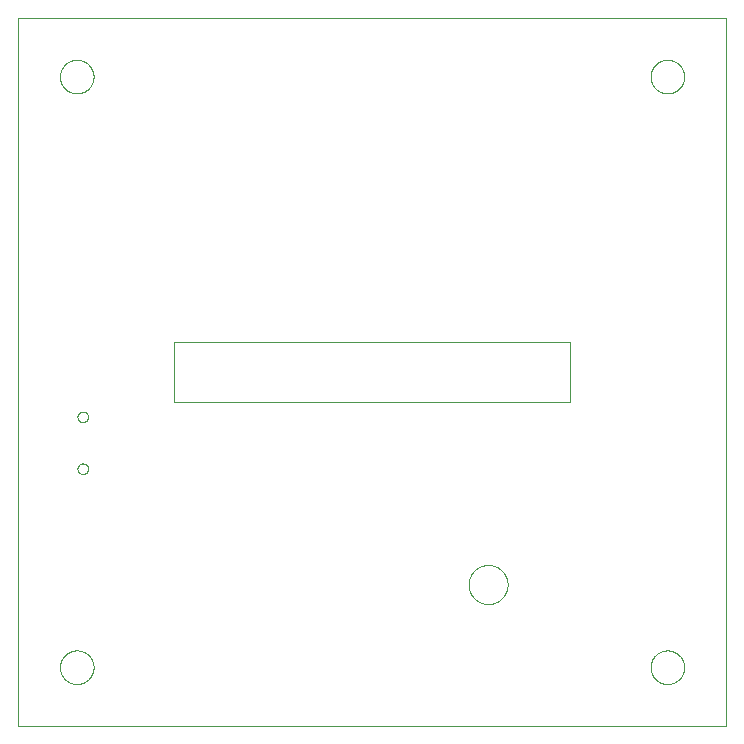
<source format=gko>
G75*
%MOIN*%
%OFA0B0*%
%FSLAX25Y25*%
%IPPOS*%
%LPD*%
%AMOC8*
5,1,8,0,0,1.08239X$1,22.5*
%
%ADD10C,0.00000*%
D10*
X0002943Y0001000D02*
X0002943Y0237220D01*
X0239164Y0237220D01*
X0239164Y0001000D01*
X0002943Y0001000D01*
X0017028Y0020685D02*
X0017030Y0020834D01*
X0017036Y0020983D01*
X0017046Y0021132D01*
X0017060Y0021280D01*
X0017078Y0021428D01*
X0017099Y0021576D01*
X0017125Y0021723D01*
X0017155Y0021869D01*
X0017188Y0022014D01*
X0017225Y0022158D01*
X0017266Y0022302D01*
X0017311Y0022444D01*
X0017360Y0022585D01*
X0017413Y0022724D01*
X0017469Y0022862D01*
X0017528Y0022999D01*
X0017592Y0023134D01*
X0017659Y0023267D01*
X0017729Y0023398D01*
X0017803Y0023528D01*
X0017881Y0023655D01*
X0017961Y0023781D01*
X0018046Y0023904D01*
X0018133Y0024025D01*
X0018223Y0024143D01*
X0018317Y0024259D01*
X0018414Y0024373D01*
X0018513Y0024484D01*
X0018616Y0024592D01*
X0018721Y0024697D01*
X0018829Y0024800D01*
X0018940Y0024899D01*
X0019054Y0024996D01*
X0019170Y0025090D01*
X0019288Y0025180D01*
X0019409Y0025267D01*
X0019532Y0025352D01*
X0019658Y0025432D01*
X0019785Y0025510D01*
X0019915Y0025584D01*
X0020046Y0025654D01*
X0020179Y0025721D01*
X0020314Y0025785D01*
X0020451Y0025844D01*
X0020589Y0025900D01*
X0020728Y0025953D01*
X0020869Y0026002D01*
X0021011Y0026047D01*
X0021155Y0026088D01*
X0021299Y0026125D01*
X0021444Y0026158D01*
X0021590Y0026188D01*
X0021737Y0026214D01*
X0021885Y0026235D01*
X0022033Y0026253D01*
X0022181Y0026267D01*
X0022330Y0026277D01*
X0022479Y0026283D01*
X0022628Y0026285D01*
X0022777Y0026283D01*
X0022926Y0026277D01*
X0023075Y0026267D01*
X0023223Y0026253D01*
X0023371Y0026235D01*
X0023519Y0026214D01*
X0023666Y0026188D01*
X0023812Y0026158D01*
X0023957Y0026125D01*
X0024101Y0026088D01*
X0024245Y0026047D01*
X0024387Y0026002D01*
X0024528Y0025953D01*
X0024667Y0025900D01*
X0024805Y0025844D01*
X0024942Y0025785D01*
X0025077Y0025721D01*
X0025210Y0025654D01*
X0025341Y0025584D01*
X0025471Y0025510D01*
X0025598Y0025432D01*
X0025724Y0025352D01*
X0025847Y0025267D01*
X0025968Y0025180D01*
X0026086Y0025090D01*
X0026202Y0024996D01*
X0026316Y0024899D01*
X0026427Y0024800D01*
X0026535Y0024697D01*
X0026640Y0024592D01*
X0026743Y0024484D01*
X0026842Y0024373D01*
X0026939Y0024259D01*
X0027033Y0024143D01*
X0027123Y0024025D01*
X0027210Y0023904D01*
X0027295Y0023781D01*
X0027375Y0023655D01*
X0027453Y0023528D01*
X0027527Y0023398D01*
X0027597Y0023267D01*
X0027664Y0023134D01*
X0027728Y0022999D01*
X0027787Y0022862D01*
X0027843Y0022724D01*
X0027896Y0022585D01*
X0027945Y0022444D01*
X0027990Y0022302D01*
X0028031Y0022158D01*
X0028068Y0022014D01*
X0028101Y0021869D01*
X0028131Y0021723D01*
X0028157Y0021576D01*
X0028178Y0021428D01*
X0028196Y0021280D01*
X0028210Y0021132D01*
X0028220Y0020983D01*
X0028226Y0020834D01*
X0028228Y0020685D01*
X0028226Y0020536D01*
X0028220Y0020387D01*
X0028210Y0020238D01*
X0028196Y0020090D01*
X0028178Y0019942D01*
X0028157Y0019794D01*
X0028131Y0019647D01*
X0028101Y0019501D01*
X0028068Y0019356D01*
X0028031Y0019212D01*
X0027990Y0019068D01*
X0027945Y0018926D01*
X0027896Y0018785D01*
X0027843Y0018646D01*
X0027787Y0018508D01*
X0027728Y0018371D01*
X0027664Y0018236D01*
X0027597Y0018103D01*
X0027527Y0017972D01*
X0027453Y0017842D01*
X0027375Y0017715D01*
X0027295Y0017589D01*
X0027210Y0017466D01*
X0027123Y0017345D01*
X0027033Y0017227D01*
X0026939Y0017111D01*
X0026842Y0016997D01*
X0026743Y0016886D01*
X0026640Y0016778D01*
X0026535Y0016673D01*
X0026427Y0016570D01*
X0026316Y0016471D01*
X0026202Y0016374D01*
X0026086Y0016280D01*
X0025968Y0016190D01*
X0025847Y0016103D01*
X0025724Y0016018D01*
X0025598Y0015938D01*
X0025471Y0015860D01*
X0025341Y0015786D01*
X0025210Y0015716D01*
X0025077Y0015649D01*
X0024942Y0015585D01*
X0024805Y0015526D01*
X0024667Y0015470D01*
X0024528Y0015417D01*
X0024387Y0015368D01*
X0024245Y0015323D01*
X0024101Y0015282D01*
X0023957Y0015245D01*
X0023812Y0015212D01*
X0023666Y0015182D01*
X0023519Y0015156D01*
X0023371Y0015135D01*
X0023223Y0015117D01*
X0023075Y0015103D01*
X0022926Y0015093D01*
X0022777Y0015087D01*
X0022628Y0015085D01*
X0022479Y0015087D01*
X0022330Y0015093D01*
X0022181Y0015103D01*
X0022033Y0015117D01*
X0021885Y0015135D01*
X0021737Y0015156D01*
X0021590Y0015182D01*
X0021444Y0015212D01*
X0021299Y0015245D01*
X0021155Y0015282D01*
X0021011Y0015323D01*
X0020869Y0015368D01*
X0020728Y0015417D01*
X0020589Y0015470D01*
X0020451Y0015526D01*
X0020314Y0015585D01*
X0020179Y0015649D01*
X0020046Y0015716D01*
X0019915Y0015786D01*
X0019785Y0015860D01*
X0019658Y0015938D01*
X0019532Y0016018D01*
X0019409Y0016103D01*
X0019288Y0016190D01*
X0019170Y0016280D01*
X0019054Y0016374D01*
X0018940Y0016471D01*
X0018829Y0016570D01*
X0018721Y0016673D01*
X0018616Y0016778D01*
X0018513Y0016886D01*
X0018414Y0016997D01*
X0018317Y0017111D01*
X0018223Y0017227D01*
X0018133Y0017345D01*
X0018046Y0017466D01*
X0017961Y0017589D01*
X0017881Y0017715D01*
X0017803Y0017842D01*
X0017729Y0017972D01*
X0017659Y0018103D01*
X0017592Y0018236D01*
X0017528Y0018371D01*
X0017469Y0018508D01*
X0017413Y0018646D01*
X0017360Y0018785D01*
X0017311Y0018926D01*
X0017266Y0019068D01*
X0017225Y0019212D01*
X0017188Y0019356D01*
X0017155Y0019501D01*
X0017125Y0019647D01*
X0017099Y0019794D01*
X0017078Y0019942D01*
X0017060Y0020090D01*
X0017046Y0020238D01*
X0017036Y0020387D01*
X0017030Y0020536D01*
X0017028Y0020685D01*
X0022856Y0086827D02*
X0022858Y0086911D01*
X0022864Y0086994D01*
X0022874Y0087077D01*
X0022888Y0087160D01*
X0022905Y0087242D01*
X0022927Y0087323D01*
X0022952Y0087402D01*
X0022981Y0087481D01*
X0023014Y0087558D01*
X0023050Y0087633D01*
X0023090Y0087707D01*
X0023133Y0087779D01*
X0023180Y0087848D01*
X0023230Y0087915D01*
X0023283Y0087980D01*
X0023339Y0088042D01*
X0023397Y0088102D01*
X0023459Y0088159D01*
X0023523Y0088212D01*
X0023590Y0088263D01*
X0023659Y0088310D01*
X0023730Y0088355D01*
X0023803Y0088395D01*
X0023878Y0088432D01*
X0023955Y0088466D01*
X0024033Y0088496D01*
X0024112Y0088522D01*
X0024193Y0088545D01*
X0024275Y0088563D01*
X0024357Y0088578D01*
X0024440Y0088589D01*
X0024523Y0088596D01*
X0024607Y0088599D01*
X0024691Y0088598D01*
X0024774Y0088593D01*
X0024858Y0088584D01*
X0024940Y0088571D01*
X0025022Y0088555D01*
X0025103Y0088534D01*
X0025184Y0088510D01*
X0025262Y0088482D01*
X0025340Y0088450D01*
X0025416Y0088414D01*
X0025490Y0088375D01*
X0025562Y0088333D01*
X0025632Y0088287D01*
X0025700Y0088238D01*
X0025765Y0088186D01*
X0025828Y0088131D01*
X0025888Y0088073D01*
X0025946Y0088012D01*
X0026000Y0087948D01*
X0026052Y0087882D01*
X0026100Y0087814D01*
X0026145Y0087743D01*
X0026186Y0087670D01*
X0026225Y0087596D01*
X0026259Y0087520D01*
X0026290Y0087442D01*
X0026317Y0087363D01*
X0026341Y0087282D01*
X0026360Y0087201D01*
X0026376Y0087119D01*
X0026388Y0087036D01*
X0026396Y0086952D01*
X0026400Y0086869D01*
X0026400Y0086785D01*
X0026396Y0086702D01*
X0026388Y0086618D01*
X0026376Y0086535D01*
X0026360Y0086453D01*
X0026341Y0086372D01*
X0026317Y0086291D01*
X0026290Y0086212D01*
X0026259Y0086134D01*
X0026225Y0086058D01*
X0026186Y0085984D01*
X0026145Y0085911D01*
X0026100Y0085840D01*
X0026052Y0085772D01*
X0026000Y0085706D01*
X0025946Y0085642D01*
X0025888Y0085581D01*
X0025828Y0085523D01*
X0025765Y0085468D01*
X0025700Y0085416D01*
X0025632Y0085367D01*
X0025562Y0085321D01*
X0025490Y0085279D01*
X0025416Y0085240D01*
X0025340Y0085204D01*
X0025262Y0085172D01*
X0025184Y0085144D01*
X0025103Y0085120D01*
X0025022Y0085099D01*
X0024940Y0085083D01*
X0024858Y0085070D01*
X0024774Y0085061D01*
X0024691Y0085056D01*
X0024607Y0085055D01*
X0024523Y0085058D01*
X0024440Y0085065D01*
X0024357Y0085076D01*
X0024275Y0085091D01*
X0024193Y0085109D01*
X0024112Y0085132D01*
X0024033Y0085158D01*
X0023955Y0085188D01*
X0023878Y0085222D01*
X0023803Y0085259D01*
X0023730Y0085299D01*
X0023659Y0085344D01*
X0023590Y0085391D01*
X0023523Y0085442D01*
X0023459Y0085495D01*
X0023397Y0085552D01*
X0023339Y0085612D01*
X0023283Y0085674D01*
X0023230Y0085739D01*
X0023180Y0085806D01*
X0023133Y0085875D01*
X0023090Y0085947D01*
X0023050Y0086021D01*
X0023014Y0086096D01*
X0022981Y0086173D01*
X0022952Y0086252D01*
X0022927Y0086331D01*
X0022905Y0086412D01*
X0022888Y0086494D01*
X0022874Y0086577D01*
X0022864Y0086660D01*
X0022858Y0086743D01*
X0022856Y0086827D01*
X0022856Y0104150D02*
X0022858Y0104234D01*
X0022864Y0104317D01*
X0022874Y0104400D01*
X0022888Y0104483D01*
X0022905Y0104565D01*
X0022927Y0104646D01*
X0022952Y0104725D01*
X0022981Y0104804D01*
X0023014Y0104881D01*
X0023050Y0104956D01*
X0023090Y0105030D01*
X0023133Y0105102D01*
X0023180Y0105171D01*
X0023230Y0105238D01*
X0023283Y0105303D01*
X0023339Y0105365D01*
X0023397Y0105425D01*
X0023459Y0105482D01*
X0023523Y0105535D01*
X0023590Y0105586D01*
X0023659Y0105633D01*
X0023730Y0105678D01*
X0023803Y0105718D01*
X0023878Y0105755D01*
X0023955Y0105789D01*
X0024033Y0105819D01*
X0024112Y0105845D01*
X0024193Y0105868D01*
X0024275Y0105886D01*
X0024357Y0105901D01*
X0024440Y0105912D01*
X0024523Y0105919D01*
X0024607Y0105922D01*
X0024691Y0105921D01*
X0024774Y0105916D01*
X0024858Y0105907D01*
X0024940Y0105894D01*
X0025022Y0105878D01*
X0025103Y0105857D01*
X0025184Y0105833D01*
X0025262Y0105805D01*
X0025340Y0105773D01*
X0025416Y0105737D01*
X0025490Y0105698D01*
X0025562Y0105656D01*
X0025632Y0105610D01*
X0025700Y0105561D01*
X0025765Y0105509D01*
X0025828Y0105454D01*
X0025888Y0105396D01*
X0025946Y0105335D01*
X0026000Y0105271D01*
X0026052Y0105205D01*
X0026100Y0105137D01*
X0026145Y0105066D01*
X0026186Y0104993D01*
X0026225Y0104919D01*
X0026259Y0104843D01*
X0026290Y0104765D01*
X0026317Y0104686D01*
X0026341Y0104605D01*
X0026360Y0104524D01*
X0026376Y0104442D01*
X0026388Y0104359D01*
X0026396Y0104275D01*
X0026400Y0104192D01*
X0026400Y0104108D01*
X0026396Y0104025D01*
X0026388Y0103941D01*
X0026376Y0103858D01*
X0026360Y0103776D01*
X0026341Y0103695D01*
X0026317Y0103614D01*
X0026290Y0103535D01*
X0026259Y0103457D01*
X0026225Y0103381D01*
X0026186Y0103307D01*
X0026145Y0103234D01*
X0026100Y0103163D01*
X0026052Y0103095D01*
X0026000Y0103029D01*
X0025946Y0102965D01*
X0025888Y0102904D01*
X0025828Y0102846D01*
X0025765Y0102791D01*
X0025700Y0102739D01*
X0025632Y0102690D01*
X0025562Y0102644D01*
X0025490Y0102602D01*
X0025416Y0102563D01*
X0025340Y0102527D01*
X0025262Y0102495D01*
X0025184Y0102467D01*
X0025103Y0102443D01*
X0025022Y0102422D01*
X0024940Y0102406D01*
X0024858Y0102393D01*
X0024774Y0102384D01*
X0024691Y0102379D01*
X0024607Y0102378D01*
X0024523Y0102381D01*
X0024440Y0102388D01*
X0024357Y0102399D01*
X0024275Y0102414D01*
X0024193Y0102432D01*
X0024112Y0102455D01*
X0024033Y0102481D01*
X0023955Y0102511D01*
X0023878Y0102545D01*
X0023803Y0102582D01*
X0023730Y0102622D01*
X0023659Y0102667D01*
X0023590Y0102714D01*
X0023523Y0102765D01*
X0023459Y0102818D01*
X0023397Y0102875D01*
X0023339Y0102935D01*
X0023283Y0102997D01*
X0023230Y0103062D01*
X0023180Y0103129D01*
X0023133Y0103198D01*
X0023090Y0103270D01*
X0023050Y0103344D01*
X0023014Y0103419D01*
X0022981Y0103496D01*
X0022952Y0103575D01*
X0022927Y0103654D01*
X0022905Y0103735D01*
X0022888Y0103817D01*
X0022874Y0103900D01*
X0022864Y0103983D01*
X0022858Y0104066D01*
X0022856Y0104150D01*
X0054943Y0109000D02*
X0186943Y0109000D01*
X0186943Y0129000D01*
X0054943Y0129000D01*
X0054943Y0109000D01*
X0153239Y0048244D02*
X0153241Y0048405D01*
X0153247Y0048565D01*
X0153257Y0048726D01*
X0153271Y0048886D01*
X0153289Y0049046D01*
X0153310Y0049205D01*
X0153336Y0049364D01*
X0153366Y0049522D01*
X0153399Y0049679D01*
X0153437Y0049836D01*
X0153478Y0049991D01*
X0153523Y0050145D01*
X0153572Y0050298D01*
X0153625Y0050450D01*
X0153681Y0050601D01*
X0153742Y0050750D01*
X0153805Y0050898D01*
X0153873Y0051044D01*
X0153944Y0051188D01*
X0154018Y0051330D01*
X0154096Y0051471D01*
X0154178Y0051609D01*
X0154263Y0051746D01*
X0154351Y0051880D01*
X0154443Y0052012D01*
X0154538Y0052142D01*
X0154636Y0052270D01*
X0154737Y0052395D01*
X0154841Y0052517D01*
X0154948Y0052637D01*
X0155058Y0052754D01*
X0155171Y0052869D01*
X0155287Y0052980D01*
X0155406Y0053089D01*
X0155527Y0053194D01*
X0155651Y0053297D01*
X0155777Y0053397D01*
X0155905Y0053493D01*
X0156036Y0053586D01*
X0156170Y0053676D01*
X0156305Y0053763D01*
X0156443Y0053846D01*
X0156582Y0053926D01*
X0156724Y0054002D01*
X0156867Y0054075D01*
X0157012Y0054144D01*
X0157159Y0054210D01*
X0157307Y0054272D01*
X0157457Y0054330D01*
X0157608Y0054385D01*
X0157761Y0054436D01*
X0157915Y0054483D01*
X0158070Y0054526D01*
X0158226Y0054565D01*
X0158382Y0054601D01*
X0158540Y0054632D01*
X0158698Y0054660D01*
X0158857Y0054684D01*
X0159017Y0054704D01*
X0159177Y0054720D01*
X0159337Y0054732D01*
X0159498Y0054740D01*
X0159659Y0054744D01*
X0159819Y0054744D01*
X0159980Y0054740D01*
X0160141Y0054732D01*
X0160301Y0054720D01*
X0160461Y0054704D01*
X0160621Y0054684D01*
X0160780Y0054660D01*
X0160938Y0054632D01*
X0161096Y0054601D01*
X0161252Y0054565D01*
X0161408Y0054526D01*
X0161563Y0054483D01*
X0161717Y0054436D01*
X0161870Y0054385D01*
X0162021Y0054330D01*
X0162171Y0054272D01*
X0162319Y0054210D01*
X0162466Y0054144D01*
X0162611Y0054075D01*
X0162754Y0054002D01*
X0162896Y0053926D01*
X0163035Y0053846D01*
X0163173Y0053763D01*
X0163308Y0053676D01*
X0163442Y0053586D01*
X0163573Y0053493D01*
X0163701Y0053397D01*
X0163827Y0053297D01*
X0163951Y0053194D01*
X0164072Y0053089D01*
X0164191Y0052980D01*
X0164307Y0052869D01*
X0164420Y0052754D01*
X0164530Y0052637D01*
X0164637Y0052517D01*
X0164741Y0052395D01*
X0164842Y0052270D01*
X0164940Y0052142D01*
X0165035Y0052012D01*
X0165127Y0051880D01*
X0165215Y0051746D01*
X0165300Y0051609D01*
X0165382Y0051471D01*
X0165460Y0051330D01*
X0165534Y0051188D01*
X0165605Y0051044D01*
X0165673Y0050898D01*
X0165736Y0050750D01*
X0165797Y0050601D01*
X0165853Y0050450D01*
X0165906Y0050298D01*
X0165955Y0050145D01*
X0166000Y0049991D01*
X0166041Y0049836D01*
X0166079Y0049679D01*
X0166112Y0049522D01*
X0166142Y0049364D01*
X0166168Y0049205D01*
X0166189Y0049046D01*
X0166207Y0048886D01*
X0166221Y0048726D01*
X0166231Y0048565D01*
X0166237Y0048405D01*
X0166239Y0048244D01*
X0166237Y0048083D01*
X0166231Y0047923D01*
X0166221Y0047762D01*
X0166207Y0047602D01*
X0166189Y0047442D01*
X0166168Y0047283D01*
X0166142Y0047124D01*
X0166112Y0046966D01*
X0166079Y0046809D01*
X0166041Y0046652D01*
X0166000Y0046497D01*
X0165955Y0046343D01*
X0165906Y0046190D01*
X0165853Y0046038D01*
X0165797Y0045887D01*
X0165736Y0045738D01*
X0165673Y0045590D01*
X0165605Y0045444D01*
X0165534Y0045300D01*
X0165460Y0045158D01*
X0165382Y0045017D01*
X0165300Y0044879D01*
X0165215Y0044742D01*
X0165127Y0044608D01*
X0165035Y0044476D01*
X0164940Y0044346D01*
X0164842Y0044218D01*
X0164741Y0044093D01*
X0164637Y0043971D01*
X0164530Y0043851D01*
X0164420Y0043734D01*
X0164307Y0043619D01*
X0164191Y0043508D01*
X0164072Y0043399D01*
X0163951Y0043294D01*
X0163827Y0043191D01*
X0163701Y0043091D01*
X0163573Y0042995D01*
X0163442Y0042902D01*
X0163308Y0042812D01*
X0163173Y0042725D01*
X0163035Y0042642D01*
X0162896Y0042562D01*
X0162754Y0042486D01*
X0162611Y0042413D01*
X0162466Y0042344D01*
X0162319Y0042278D01*
X0162171Y0042216D01*
X0162021Y0042158D01*
X0161870Y0042103D01*
X0161717Y0042052D01*
X0161563Y0042005D01*
X0161408Y0041962D01*
X0161252Y0041923D01*
X0161096Y0041887D01*
X0160938Y0041856D01*
X0160780Y0041828D01*
X0160621Y0041804D01*
X0160461Y0041784D01*
X0160301Y0041768D01*
X0160141Y0041756D01*
X0159980Y0041748D01*
X0159819Y0041744D01*
X0159659Y0041744D01*
X0159498Y0041748D01*
X0159337Y0041756D01*
X0159177Y0041768D01*
X0159017Y0041784D01*
X0158857Y0041804D01*
X0158698Y0041828D01*
X0158540Y0041856D01*
X0158382Y0041887D01*
X0158226Y0041923D01*
X0158070Y0041962D01*
X0157915Y0042005D01*
X0157761Y0042052D01*
X0157608Y0042103D01*
X0157457Y0042158D01*
X0157307Y0042216D01*
X0157159Y0042278D01*
X0157012Y0042344D01*
X0156867Y0042413D01*
X0156724Y0042486D01*
X0156582Y0042562D01*
X0156443Y0042642D01*
X0156305Y0042725D01*
X0156170Y0042812D01*
X0156036Y0042902D01*
X0155905Y0042995D01*
X0155777Y0043091D01*
X0155651Y0043191D01*
X0155527Y0043294D01*
X0155406Y0043399D01*
X0155287Y0043508D01*
X0155171Y0043619D01*
X0155058Y0043734D01*
X0154948Y0043851D01*
X0154841Y0043971D01*
X0154737Y0044093D01*
X0154636Y0044218D01*
X0154538Y0044346D01*
X0154443Y0044476D01*
X0154351Y0044608D01*
X0154263Y0044742D01*
X0154178Y0044879D01*
X0154096Y0045017D01*
X0154018Y0045158D01*
X0153944Y0045300D01*
X0153873Y0045444D01*
X0153805Y0045590D01*
X0153742Y0045738D01*
X0153681Y0045887D01*
X0153625Y0046038D01*
X0153572Y0046190D01*
X0153523Y0046343D01*
X0153478Y0046497D01*
X0153437Y0046652D01*
X0153399Y0046809D01*
X0153366Y0046966D01*
X0153336Y0047124D01*
X0153310Y0047283D01*
X0153289Y0047442D01*
X0153271Y0047602D01*
X0153257Y0047762D01*
X0153247Y0047923D01*
X0153241Y0048083D01*
X0153239Y0048244D01*
X0213879Y0020685D02*
X0213881Y0020834D01*
X0213887Y0020983D01*
X0213897Y0021132D01*
X0213911Y0021280D01*
X0213929Y0021428D01*
X0213950Y0021576D01*
X0213976Y0021723D01*
X0214006Y0021869D01*
X0214039Y0022014D01*
X0214076Y0022158D01*
X0214117Y0022302D01*
X0214162Y0022444D01*
X0214211Y0022585D01*
X0214264Y0022724D01*
X0214320Y0022862D01*
X0214379Y0022999D01*
X0214443Y0023134D01*
X0214510Y0023267D01*
X0214580Y0023398D01*
X0214654Y0023528D01*
X0214732Y0023655D01*
X0214812Y0023781D01*
X0214897Y0023904D01*
X0214984Y0024025D01*
X0215074Y0024143D01*
X0215168Y0024259D01*
X0215265Y0024373D01*
X0215364Y0024484D01*
X0215467Y0024592D01*
X0215572Y0024697D01*
X0215680Y0024800D01*
X0215791Y0024899D01*
X0215905Y0024996D01*
X0216021Y0025090D01*
X0216139Y0025180D01*
X0216260Y0025267D01*
X0216383Y0025352D01*
X0216509Y0025432D01*
X0216636Y0025510D01*
X0216766Y0025584D01*
X0216897Y0025654D01*
X0217030Y0025721D01*
X0217165Y0025785D01*
X0217302Y0025844D01*
X0217440Y0025900D01*
X0217579Y0025953D01*
X0217720Y0026002D01*
X0217862Y0026047D01*
X0218006Y0026088D01*
X0218150Y0026125D01*
X0218295Y0026158D01*
X0218441Y0026188D01*
X0218588Y0026214D01*
X0218736Y0026235D01*
X0218884Y0026253D01*
X0219032Y0026267D01*
X0219181Y0026277D01*
X0219330Y0026283D01*
X0219479Y0026285D01*
X0219628Y0026283D01*
X0219777Y0026277D01*
X0219926Y0026267D01*
X0220074Y0026253D01*
X0220222Y0026235D01*
X0220370Y0026214D01*
X0220517Y0026188D01*
X0220663Y0026158D01*
X0220808Y0026125D01*
X0220952Y0026088D01*
X0221096Y0026047D01*
X0221238Y0026002D01*
X0221379Y0025953D01*
X0221518Y0025900D01*
X0221656Y0025844D01*
X0221793Y0025785D01*
X0221928Y0025721D01*
X0222061Y0025654D01*
X0222192Y0025584D01*
X0222322Y0025510D01*
X0222449Y0025432D01*
X0222575Y0025352D01*
X0222698Y0025267D01*
X0222819Y0025180D01*
X0222937Y0025090D01*
X0223053Y0024996D01*
X0223167Y0024899D01*
X0223278Y0024800D01*
X0223386Y0024697D01*
X0223491Y0024592D01*
X0223594Y0024484D01*
X0223693Y0024373D01*
X0223790Y0024259D01*
X0223884Y0024143D01*
X0223974Y0024025D01*
X0224061Y0023904D01*
X0224146Y0023781D01*
X0224226Y0023655D01*
X0224304Y0023528D01*
X0224378Y0023398D01*
X0224448Y0023267D01*
X0224515Y0023134D01*
X0224579Y0022999D01*
X0224638Y0022862D01*
X0224694Y0022724D01*
X0224747Y0022585D01*
X0224796Y0022444D01*
X0224841Y0022302D01*
X0224882Y0022158D01*
X0224919Y0022014D01*
X0224952Y0021869D01*
X0224982Y0021723D01*
X0225008Y0021576D01*
X0225029Y0021428D01*
X0225047Y0021280D01*
X0225061Y0021132D01*
X0225071Y0020983D01*
X0225077Y0020834D01*
X0225079Y0020685D01*
X0225077Y0020536D01*
X0225071Y0020387D01*
X0225061Y0020238D01*
X0225047Y0020090D01*
X0225029Y0019942D01*
X0225008Y0019794D01*
X0224982Y0019647D01*
X0224952Y0019501D01*
X0224919Y0019356D01*
X0224882Y0019212D01*
X0224841Y0019068D01*
X0224796Y0018926D01*
X0224747Y0018785D01*
X0224694Y0018646D01*
X0224638Y0018508D01*
X0224579Y0018371D01*
X0224515Y0018236D01*
X0224448Y0018103D01*
X0224378Y0017972D01*
X0224304Y0017842D01*
X0224226Y0017715D01*
X0224146Y0017589D01*
X0224061Y0017466D01*
X0223974Y0017345D01*
X0223884Y0017227D01*
X0223790Y0017111D01*
X0223693Y0016997D01*
X0223594Y0016886D01*
X0223491Y0016778D01*
X0223386Y0016673D01*
X0223278Y0016570D01*
X0223167Y0016471D01*
X0223053Y0016374D01*
X0222937Y0016280D01*
X0222819Y0016190D01*
X0222698Y0016103D01*
X0222575Y0016018D01*
X0222449Y0015938D01*
X0222322Y0015860D01*
X0222192Y0015786D01*
X0222061Y0015716D01*
X0221928Y0015649D01*
X0221793Y0015585D01*
X0221656Y0015526D01*
X0221518Y0015470D01*
X0221379Y0015417D01*
X0221238Y0015368D01*
X0221096Y0015323D01*
X0220952Y0015282D01*
X0220808Y0015245D01*
X0220663Y0015212D01*
X0220517Y0015182D01*
X0220370Y0015156D01*
X0220222Y0015135D01*
X0220074Y0015117D01*
X0219926Y0015103D01*
X0219777Y0015093D01*
X0219628Y0015087D01*
X0219479Y0015085D01*
X0219330Y0015087D01*
X0219181Y0015093D01*
X0219032Y0015103D01*
X0218884Y0015117D01*
X0218736Y0015135D01*
X0218588Y0015156D01*
X0218441Y0015182D01*
X0218295Y0015212D01*
X0218150Y0015245D01*
X0218006Y0015282D01*
X0217862Y0015323D01*
X0217720Y0015368D01*
X0217579Y0015417D01*
X0217440Y0015470D01*
X0217302Y0015526D01*
X0217165Y0015585D01*
X0217030Y0015649D01*
X0216897Y0015716D01*
X0216766Y0015786D01*
X0216636Y0015860D01*
X0216509Y0015938D01*
X0216383Y0016018D01*
X0216260Y0016103D01*
X0216139Y0016190D01*
X0216021Y0016280D01*
X0215905Y0016374D01*
X0215791Y0016471D01*
X0215680Y0016570D01*
X0215572Y0016673D01*
X0215467Y0016778D01*
X0215364Y0016886D01*
X0215265Y0016997D01*
X0215168Y0017111D01*
X0215074Y0017227D01*
X0214984Y0017345D01*
X0214897Y0017466D01*
X0214812Y0017589D01*
X0214732Y0017715D01*
X0214654Y0017842D01*
X0214580Y0017972D01*
X0214510Y0018103D01*
X0214443Y0018236D01*
X0214379Y0018371D01*
X0214320Y0018508D01*
X0214264Y0018646D01*
X0214211Y0018785D01*
X0214162Y0018926D01*
X0214117Y0019068D01*
X0214076Y0019212D01*
X0214039Y0019356D01*
X0214006Y0019501D01*
X0213976Y0019647D01*
X0213950Y0019794D01*
X0213929Y0019942D01*
X0213911Y0020090D01*
X0213897Y0020238D01*
X0213887Y0020387D01*
X0213881Y0020536D01*
X0213879Y0020685D01*
X0213879Y0217535D02*
X0213881Y0217684D01*
X0213887Y0217833D01*
X0213897Y0217982D01*
X0213911Y0218130D01*
X0213929Y0218278D01*
X0213950Y0218426D01*
X0213976Y0218573D01*
X0214006Y0218719D01*
X0214039Y0218864D01*
X0214076Y0219008D01*
X0214117Y0219152D01*
X0214162Y0219294D01*
X0214211Y0219435D01*
X0214264Y0219574D01*
X0214320Y0219712D01*
X0214379Y0219849D01*
X0214443Y0219984D01*
X0214510Y0220117D01*
X0214580Y0220248D01*
X0214654Y0220378D01*
X0214732Y0220505D01*
X0214812Y0220631D01*
X0214897Y0220754D01*
X0214984Y0220875D01*
X0215074Y0220993D01*
X0215168Y0221109D01*
X0215265Y0221223D01*
X0215364Y0221334D01*
X0215467Y0221442D01*
X0215572Y0221547D01*
X0215680Y0221650D01*
X0215791Y0221749D01*
X0215905Y0221846D01*
X0216021Y0221940D01*
X0216139Y0222030D01*
X0216260Y0222117D01*
X0216383Y0222202D01*
X0216509Y0222282D01*
X0216636Y0222360D01*
X0216766Y0222434D01*
X0216897Y0222504D01*
X0217030Y0222571D01*
X0217165Y0222635D01*
X0217302Y0222694D01*
X0217440Y0222750D01*
X0217579Y0222803D01*
X0217720Y0222852D01*
X0217862Y0222897D01*
X0218006Y0222938D01*
X0218150Y0222975D01*
X0218295Y0223008D01*
X0218441Y0223038D01*
X0218588Y0223064D01*
X0218736Y0223085D01*
X0218884Y0223103D01*
X0219032Y0223117D01*
X0219181Y0223127D01*
X0219330Y0223133D01*
X0219479Y0223135D01*
X0219628Y0223133D01*
X0219777Y0223127D01*
X0219926Y0223117D01*
X0220074Y0223103D01*
X0220222Y0223085D01*
X0220370Y0223064D01*
X0220517Y0223038D01*
X0220663Y0223008D01*
X0220808Y0222975D01*
X0220952Y0222938D01*
X0221096Y0222897D01*
X0221238Y0222852D01*
X0221379Y0222803D01*
X0221518Y0222750D01*
X0221656Y0222694D01*
X0221793Y0222635D01*
X0221928Y0222571D01*
X0222061Y0222504D01*
X0222192Y0222434D01*
X0222322Y0222360D01*
X0222449Y0222282D01*
X0222575Y0222202D01*
X0222698Y0222117D01*
X0222819Y0222030D01*
X0222937Y0221940D01*
X0223053Y0221846D01*
X0223167Y0221749D01*
X0223278Y0221650D01*
X0223386Y0221547D01*
X0223491Y0221442D01*
X0223594Y0221334D01*
X0223693Y0221223D01*
X0223790Y0221109D01*
X0223884Y0220993D01*
X0223974Y0220875D01*
X0224061Y0220754D01*
X0224146Y0220631D01*
X0224226Y0220505D01*
X0224304Y0220378D01*
X0224378Y0220248D01*
X0224448Y0220117D01*
X0224515Y0219984D01*
X0224579Y0219849D01*
X0224638Y0219712D01*
X0224694Y0219574D01*
X0224747Y0219435D01*
X0224796Y0219294D01*
X0224841Y0219152D01*
X0224882Y0219008D01*
X0224919Y0218864D01*
X0224952Y0218719D01*
X0224982Y0218573D01*
X0225008Y0218426D01*
X0225029Y0218278D01*
X0225047Y0218130D01*
X0225061Y0217982D01*
X0225071Y0217833D01*
X0225077Y0217684D01*
X0225079Y0217535D01*
X0225077Y0217386D01*
X0225071Y0217237D01*
X0225061Y0217088D01*
X0225047Y0216940D01*
X0225029Y0216792D01*
X0225008Y0216644D01*
X0224982Y0216497D01*
X0224952Y0216351D01*
X0224919Y0216206D01*
X0224882Y0216062D01*
X0224841Y0215918D01*
X0224796Y0215776D01*
X0224747Y0215635D01*
X0224694Y0215496D01*
X0224638Y0215358D01*
X0224579Y0215221D01*
X0224515Y0215086D01*
X0224448Y0214953D01*
X0224378Y0214822D01*
X0224304Y0214692D01*
X0224226Y0214565D01*
X0224146Y0214439D01*
X0224061Y0214316D01*
X0223974Y0214195D01*
X0223884Y0214077D01*
X0223790Y0213961D01*
X0223693Y0213847D01*
X0223594Y0213736D01*
X0223491Y0213628D01*
X0223386Y0213523D01*
X0223278Y0213420D01*
X0223167Y0213321D01*
X0223053Y0213224D01*
X0222937Y0213130D01*
X0222819Y0213040D01*
X0222698Y0212953D01*
X0222575Y0212868D01*
X0222449Y0212788D01*
X0222322Y0212710D01*
X0222192Y0212636D01*
X0222061Y0212566D01*
X0221928Y0212499D01*
X0221793Y0212435D01*
X0221656Y0212376D01*
X0221518Y0212320D01*
X0221379Y0212267D01*
X0221238Y0212218D01*
X0221096Y0212173D01*
X0220952Y0212132D01*
X0220808Y0212095D01*
X0220663Y0212062D01*
X0220517Y0212032D01*
X0220370Y0212006D01*
X0220222Y0211985D01*
X0220074Y0211967D01*
X0219926Y0211953D01*
X0219777Y0211943D01*
X0219628Y0211937D01*
X0219479Y0211935D01*
X0219330Y0211937D01*
X0219181Y0211943D01*
X0219032Y0211953D01*
X0218884Y0211967D01*
X0218736Y0211985D01*
X0218588Y0212006D01*
X0218441Y0212032D01*
X0218295Y0212062D01*
X0218150Y0212095D01*
X0218006Y0212132D01*
X0217862Y0212173D01*
X0217720Y0212218D01*
X0217579Y0212267D01*
X0217440Y0212320D01*
X0217302Y0212376D01*
X0217165Y0212435D01*
X0217030Y0212499D01*
X0216897Y0212566D01*
X0216766Y0212636D01*
X0216636Y0212710D01*
X0216509Y0212788D01*
X0216383Y0212868D01*
X0216260Y0212953D01*
X0216139Y0213040D01*
X0216021Y0213130D01*
X0215905Y0213224D01*
X0215791Y0213321D01*
X0215680Y0213420D01*
X0215572Y0213523D01*
X0215467Y0213628D01*
X0215364Y0213736D01*
X0215265Y0213847D01*
X0215168Y0213961D01*
X0215074Y0214077D01*
X0214984Y0214195D01*
X0214897Y0214316D01*
X0214812Y0214439D01*
X0214732Y0214565D01*
X0214654Y0214692D01*
X0214580Y0214822D01*
X0214510Y0214953D01*
X0214443Y0215086D01*
X0214379Y0215221D01*
X0214320Y0215358D01*
X0214264Y0215496D01*
X0214211Y0215635D01*
X0214162Y0215776D01*
X0214117Y0215918D01*
X0214076Y0216062D01*
X0214039Y0216206D01*
X0214006Y0216351D01*
X0213976Y0216497D01*
X0213950Y0216644D01*
X0213929Y0216792D01*
X0213911Y0216940D01*
X0213897Y0217088D01*
X0213887Y0217237D01*
X0213881Y0217386D01*
X0213879Y0217535D01*
X0017028Y0217535D02*
X0017030Y0217684D01*
X0017036Y0217833D01*
X0017046Y0217982D01*
X0017060Y0218130D01*
X0017078Y0218278D01*
X0017099Y0218426D01*
X0017125Y0218573D01*
X0017155Y0218719D01*
X0017188Y0218864D01*
X0017225Y0219008D01*
X0017266Y0219152D01*
X0017311Y0219294D01*
X0017360Y0219435D01*
X0017413Y0219574D01*
X0017469Y0219712D01*
X0017528Y0219849D01*
X0017592Y0219984D01*
X0017659Y0220117D01*
X0017729Y0220248D01*
X0017803Y0220378D01*
X0017881Y0220505D01*
X0017961Y0220631D01*
X0018046Y0220754D01*
X0018133Y0220875D01*
X0018223Y0220993D01*
X0018317Y0221109D01*
X0018414Y0221223D01*
X0018513Y0221334D01*
X0018616Y0221442D01*
X0018721Y0221547D01*
X0018829Y0221650D01*
X0018940Y0221749D01*
X0019054Y0221846D01*
X0019170Y0221940D01*
X0019288Y0222030D01*
X0019409Y0222117D01*
X0019532Y0222202D01*
X0019658Y0222282D01*
X0019785Y0222360D01*
X0019915Y0222434D01*
X0020046Y0222504D01*
X0020179Y0222571D01*
X0020314Y0222635D01*
X0020451Y0222694D01*
X0020589Y0222750D01*
X0020728Y0222803D01*
X0020869Y0222852D01*
X0021011Y0222897D01*
X0021155Y0222938D01*
X0021299Y0222975D01*
X0021444Y0223008D01*
X0021590Y0223038D01*
X0021737Y0223064D01*
X0021885Y0223085D01*
X0022033Y0223103D01*
X0022181Y0223117D01*
X0022330Y0223127D01*
X0022479Y0223133D01*
X0022628Y0223135D01*
X0022777Y0223133D01*
X0022926Y0223127D01*
X0023075Y0223117D01*
X0023223Y0223103D01*
X0023371Y0223085D01*
X0023519Y0223064D01*
X0023666Y0223038D01*
X0023812Y0223008D01*
X0023957Y0222975D01*
X0024101Y0222938D01*
X0024245Y0222897D01*
X0024387Y0222852D01*
X0024528Y0222803D01*
X0024667Y0222750D01*
X0024805Y0222694D01*
X0024942Y0222635D01*
X0025077Y0222571D01*
X0025210Y0222504D01*
X0025341Y0222434D01*
X0025471Y0222360D01*
X0025598Y0222282D01*
X0025724Y0222202D01*
X0025847Y0222117D01*
X0025968Y0222030D01*
X0026086Y0221940D01*
X0026202Y0221846D01*
X0026316Y0221749D01*
X0026427Y0221650D01*
X0026535Y0221547D01*
X0026640Y0221442D01*
X0026743Y0221334D01*
X0026842Y0221223D01*
X0026939Y0221109D01*
X0027033Y0220993D01*
X0027123Y0220875D01*
X0027210Y0220754D01*
X0027295Y0220631D01*
X0027375Y0220505D01*
X0027453Y0220378D01*
X0027527Y0220248D01*
X0027597Y0220117D01*
X0027664Y0219984D01*
X0027728Y0219849D01*
X0027787Y0219712D01*
X0027843Y0219574D01*
X0027896Y0219435D01*
X0027945Y0219294D01*
X0027990Y0219152D01*
X0028031Y0219008D01*
X0028068Y0218864D01*
X0028101Y0218719D01*
X0028131Y0218573D01*
X0028157Y0218426D01*
X0028178Y0218278D01*
X0028196Y0218130D01*
X0028210Y0217982D01*
X0028220Y0217833D01*
X0028226Y0217684D01*
X0028228Y0217535D01*
X0028226Y0217386D01*
X0028220Y0217237D01*
X0028210Y0217088D01*
X0028196Y0216940D01*
X0028178Y0216792D01*
X0028157Y0216644D01*
X0028131Y0216497D01*
X0028101Y0216351D01*
X0028068Y0216206D01*
X0028031Y0216062D01*
X0027990Y0215918D01*
X0027945Y0215776D01*
X0027896Y0215635D01*
X0027843Y0215496D01*
X0027787Y0215358D01*
X0027728Y0215221D01*
X0027664Y0215086D01*
X0027597Y0214953D01*
X0027527Y0214822D01*
X0027453Y0214692D01*
X0027375Y0214565D01*
X0027295Y0214439D01*
X0027210Y0214316D01*
X0027123Y0214195D01*
X0027033Y0214077D01*
X0026939Y0213961D01*
X0026842Y0213847D01*
X0026743Y0213736D01*
X0026640Y0213628D01*
X0026535Y0213523D01*
X0026427Y0213420D01*
X0026316Y0213321D01*
X0026202Y0213224D01*
X0026086Y0213130D01*
X0025968Y0213040D01*
X0025847Y0212953D01*
X0025724Y0212868D01*
X0025598Y0212788D01*
X0025471Y0212710D01*
X0025341Y0212636D01*
X0025210Y0212566D01*
X0025077Y0212499D01*
X0024942Y0212435D01*
X0024805Y0212376D01*
X0024667Y0212320D01*
X0024528Y0212267D01*
X0024387Y0212218D01*
X0024245Y0212173D01*
X0024101Y0212132D01*
X0023957Y0212095D01*
X0023812Y0212062D01*
X0023666Y0212032D01*
X0023519Y0212006D01*
X0023371Y0211985D01*
X0023223Y0211967D01*
X0023075Y0211953D01*
X0022926Y0211943D01*
X0022777Y0211937D01*
X0022628Y0211935D01*
X0022479Y0211937D01*
X0022330Y0211943D01*
X0022181Y0211953D01*
X0022033Y0211967D01*
X0021885Y0211985D01*
X0021737Y0212006D01*
X0021590Y0212032D01*
X0021444Y0212062D01*
X0021299Y0212095D01*
X0021155Y0212132D01*
X0021011Y0212173D01*
X0020869Y0212218D01*
X0020728Y0212267D01*
X0020589Y0212320D01*
X0020451Y0212376D01*
X0020314Y0212435D01*
X0020179Y0212499D01*
X0020046Y0212566D01*
X0019915Y0212636D01*
X0019785Y0212710D01*
X0019658Y0212788D01*
X0019532Y0212868D01*
X0019409Y0212953D01*
X0019288Y0213040D01*
X0019170Y0213130D01*
X0019054Y0213224D01*
X0018940Y0213321D01*
X0018829Y0213420D01*
X0018721Y0213523D01*
X0018616Y0213628D01*
X0018513Y0213736D01*
X0018414Y0213847D01*
X0018317Y0213961D01*
X0018223Y0214077D01*
X0018133Y0214195D01*
X0018046Y0214316D01*
X0017961Y0214439D01*
X0017881Y0214565D01*
X0017803Y0214692D01*
X0017729Y0214822D01*
X0017659Y0214953D01*
X0017592Y0215086D01*
X0017528Y0215221D01*
X0017469Y0215358D01*
X0017413Y0215496D01*
X0017360Y0215635D01*
X0017311Y0215776D01*
X0017266Y0215918D01*
X0017225Y0216062D01*
X0017188Y0216206D01*
X0017155Y0216351D01*
X0017125Y0216497D01*
X0017099Y0216644D01*
X0017078Y0216792D01*
X0017060Y0216940D01*
X0017046Y0217088D01*
X0017036Y0217237D01*
X0017030Y0217386D01*
X0017028Y0217535D01*
M02*

</source>
